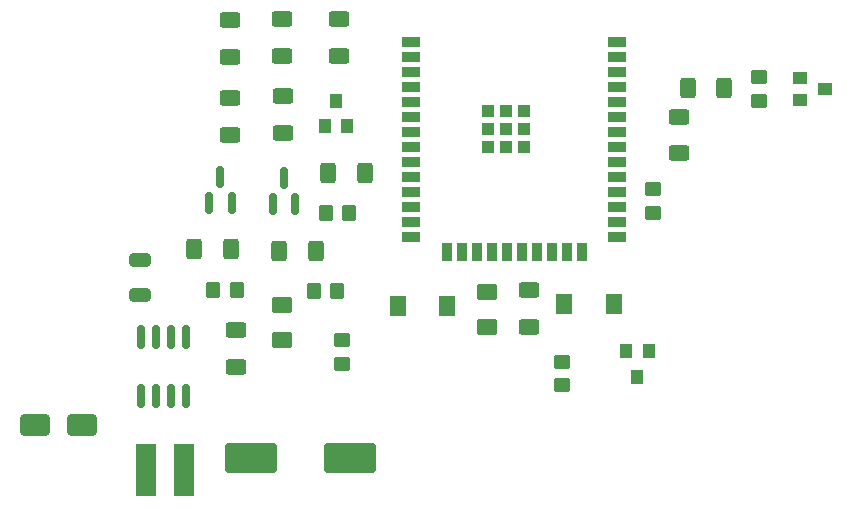
<source format=gbr>
%TF.GenerationSoftware,KiCad,Pcbnew,9.0.2*%
%TF.CreationDate,2025-11-11T23:34:30+02:00*%
%TF.ProjectId,Neon_2x1M_12V,4e656f6e-5f32-4783-914d-5f3132562e6b,REV1_1*%
%TF.SameCoordinates,Original*%
%TF.FileFunction,Paste,Top*%
%TF.FilePolarity,Positive*%
%FSLAX46Y46*%
G04 Gerber Fmt 4.6, Leading zero omitted, Abs format (unit mm)*
G04 Created by KiCad (PCBNEW 9.0.2) date 2025-11-11 23:34:30*
%MOMM*%
%LPD*%
G01*
G04 APERTURE LIST*
G04 Aperture macros list*
%AMRoundRect*
0 Rectangle with rounded corners*
0 $1 Rounding radius*
0 $2 $3 $4 $5 $6 $7 $8 $9 X,Y pos of 4 corners*
0 Add a 4 corners polygon primitive as box body*
4,1,4,$2,$3,$4,$5,$6,$7,$8,$9,$2,$3,0*
0 Add four circle primitives for the rounded corners*
1,1,$1+$1,$2,$3*
1,1,$1+$1,$4,$5*
1,1,$1+$1,$6,$7*
1,1,$1+$1,$8,$9*
0 Add four rect primitives between the rounded corners*
20,1,$1+$1,$2,$3,$4,$5,0*
20,1,$1+$1,$4,$5,$6,$7,0*
20,1,$1+$1,$6,$7,$8,$9,0*
20,1,$1+$1,$8,$9,$2,$3,0*%
G04 Aperture macros list end*
%ADD10RoundRect,0.250000X-0.350000X-0.450000X0.350000X-0.450000X0.350000X0.450000X-0.350000X0.450000X0*%
%ADD11RoundRect,0.250000X-0.400000X-0.625000X0.400000X-0.625000X0.400000X0.625000X-0.400000X0.625000X0*%
%ADD12R,1.752600X4.495800*%
%ADD13RoundRect,0.150000X0.150000X-0.750000X0.150000X0.750000X-0.150000X0.750000X-0.150000X-0.750000X0*%
%ADD14RoundRect,0.250000X0.400000X0.625000X-0.400000X0.625000X-0.400000X-0.625000X0.400000X-0.625000X0*%
%ADD15RoundRect,0.250000X0.625000X-0.400000X0.625000X0.400000X-0.625000X0.400000X-0.625000X-0.400000X0*%
%ADD16RoundRect,0.150000X0.150000X-0.825000X0.150000X0.825000X-0.150000X0.825000X-0.150000X-0.825000X0*%
%ADD17RoundRect,0.250000X-0.650000X0.325000X-0.650000X-0.325000X0.650000X-0.325000X0.650000X0.325000X0*%
%ADD18RoundRect,0.250000X-0.625000X0.400000X-0.625000X-0.400000X0.625000X-0.400000X0.625000X0.400000X0*%
%ADD19RoundRect,0.250000X-1.950000X-1.000000X1.950000X-1.000000X1.950000X1.000000X-1.950000X1.000000X0*%
%ADD20RoundRect,0.250001X-0.624999X0.462499X-0.624999X-0.462499X0.624999X-0.462499X0.624999X0.462499X0*%
%ADD21R,1.016000X1.200000*%
%ADD22RoundRect,0.250000X1.000000X0.650000X-1.000000X0.650000X-1.000000X-0.650000X1.000000X-0.650000X0*%
%ADD23RoundRect,0.250000X-0.450000X0.350000X-0.450000X-0.350000X0.450000X-0.350000X0.450000X0.350000X0*%
%ADD24RoundRect,0.250001X0.624999X-0.462499X0.624999X0.462499X-0.624999X0.462499X-0.624999X-0.462499X0*%
%ADD25R,1.350000X1.800000*%
%ADD26R,1.200000X1.016000*%
%ADD27R,1.500000X0.900000*%
%ADD28R,0.900000X1.500000*%
%ADD29R,1.050000X1.050000*%
G04 APERTURE END LIST*
D10*
%TO.C,R17*%
X138700000Y-58600000D03*
X140700000Y-58600000D03*
%TD*%
D11*
%TO.C,R12*%
X128550000Y-55100000D03*
X131650000Y-55100000D03*
%TD*%
D12*
%TO.C,L1*%
X124474400Y-73800000D03*
X127725600Y-73800000D03*
%TD*%
D13*
%TO.C,Q4*%
X135250000Y-51250000D03*
X137150000Y-51250000D03*
X136200000Y-49050000D03*
%TD*%
D14*
%TO.C,R5*%
X173450000Y-41400000D03*
X170350000Y-41400000D03*
%TD*%
D15*
%TO.C,R2*%
X169600000Y-46950000D03*
X169600000Y-43850000D03*
%TD*%
D16*
%TO.C,U2*%
X124095000Y-67475000D03*
X125365000Y-67475000D03*
X126635000Y-67475000D03*
X127905000Y-67475000D03*
X127905000Y-62525000D03*
X126635000Y-62525000D03*
X125365000Y-62525000D03*
X124095000Y-62525000D03*
%TD*%
D17*
%TO.C,C1*%
X124000000Y-56025000D03*
X124000000Y-58975000D03*
%TD*%
D18*
%TO.C,R1*%
X132100000Y-61950000D03*
X132100000Y-65050000D03*
%TD*%
D19*
%TO.C,C3*%
X133400000Y-72800000D03*
X141800000Y-72800000D03*
%TD*%
D10*
%TO.C,R16*%
X139700000Y-52000000D03*
X141700000Y-52000000D03*
%TD*%
D20*
%TO.C,D5*%
X153400000Y-58712500D03*
X153400000Y-61687500D03*
%TD*%
D21*
%TO.C,Q3*%
X139650000Y-44610000D03*
X141550000Y-44610000D03*
X140600000Y-42490000D03*
%TD*%
D18*
%TO.C,R19*%
X131600000Y-42300000D03*
X131600000Y-45400000D03*
%TD*%
D22*
%TO.C,D1*%
X119100000Y-70000000D03*
X115100000Y-70000000D03*
%TD*%
D11*
%TO.C,R11*%
X135750000Y-55250000D03*
X138850000Y-55250000D03*
%TD*%
D13*
%TO.C,Q5*%
X129850000Y-51150000D03*
X131750000Y-51150000D03*
X130800000Y-48950000D03*
%TD*%
D18*
%TO.C,R9*%
X136100000Y-42100000D03*
X136100000Y-45200000D03*
%TD*%
D23*
%TO.C,R7*%
X141100000Y-62800000D03*
X141100000Y-64800000D03*
%TD*%
D18*
%TO.C,R14*%
X136000000Y-35600000D03*
X136000000Y-38700000D03*
%TD*%
D24*
%TO.C,D9*%
X136000000Y-62787500D03*
X136000000Y-59812500D03*
%TD*%
D23*
%TO.C,R6*%
X176400000Y-40500000D03*
X176400000Y-42500000D03*
%TD*%
D18*
%TO.C,R15*%
X131600000Y-35700000D03*
X131600000Y-38800000D03*
%TD*%
D10*
%TO.C,R18*%
X130200000Y-58500000D03*
X132200000Y-58500000D03*
%TD*%
D15*
%TO.C,R4*%
X156900000Y-61650000D03*
X156900000Y-58550000D03*
%TD*%
D21*
%TO.C,Q1*%
X167050000Y-63740000D03*
X165150000Y-63740000D03*
X166100000Y-65860000D03*
%TD*%
D18*
%TO.C,R13*%
X140800000Y-35600000D03*
X140800000Y-38700000D03*
%TD*%
D25*
%TO.C,SW2*%
X164075000Y-59700000D03*
X159925000Y-59700000D03*
%TD*%
D23*
%TO.C,R8*%
X159700000Y-64600000D03*
X159700000Y-66600000D03*
%TD*%
D11*
%TO.C,R10*%
X139900000Y-48650000D03*
X143000000Y-48650000D03*
%TD*%
D26*
%TO.C,Q2*%
X179840000Y-40550000D03*
X179840000Y-42450000D03*
X181960000Y-41500000D03*
%TD*%
D25*
%TO.C,SW1*%
X149975000Y-59900000D03*
X145825000Y-59900000D03*
%TD*%
D27*
%TO.C,U1*%
X146905000Y-37560000D03*
X146905000Y-38830000D03*
X146905000Y-40100000D03*
X146905000Y-41370000D03*
X146905000Y-42640000D03*
X146905000Y-43910000D03*
X146905000Y-45180000D03*
X146905000Y-46450000D03*
X146905000Y-47720000D03*
X146905000Y-48990000D03*
X146905000Y-50260000D03*
X146905000Y-51530000D03*
X146905000Y-52800000D03*
X146905000Y-54070000D03*
D28*
X149945000Y-55320000D03*
X151215000Y-55320000D03*
X152485000Y-55320000D03*
X153755000Y-55320000D03*
X155025000Y-55320000D03*
X156295000Y-55320000D03*
X157565000Y-55320000D03*
X158835000Y-55320000D03*
X160105000Y-55320000D03*
X161375000Y-55320000D03*
D27*
X164405000Y-54070000D03*
X164405000Y-52800000D03*
X164405000Y-51530000D03*
X164405000Y-50260000D03*
X164405000Y-48990000D03*
X164405000Y-47720000D03*
X164405000Y-46450000D03*
X164405000Y-45180000D03*
X164405000Y-43910000D03*
X164405000Y-42640000D03*
X164405000Y-41370000D03*
X164405000Y-40100000D03*
X164405000Y-38830000D03*
X164405000Y-37560000D03*
D29*
X153450000Y-43375000D03*
X153450000Y-44900000D03*
X153450000Y-46425000D03*
X154975000Y-43375000D03*
X154975000Y-44900000D03*
X154975000Y-46425000D03*
X156500000Y-43375000D03*
X156500000Y-44900000D03*
X156500000Y-46425000D03*
%TD*%
D23*
%TO.C,R3*%
X167400000Y-50000000D03*
X167400000Y-52000000D03*
%TD*%
M02*

</source>
